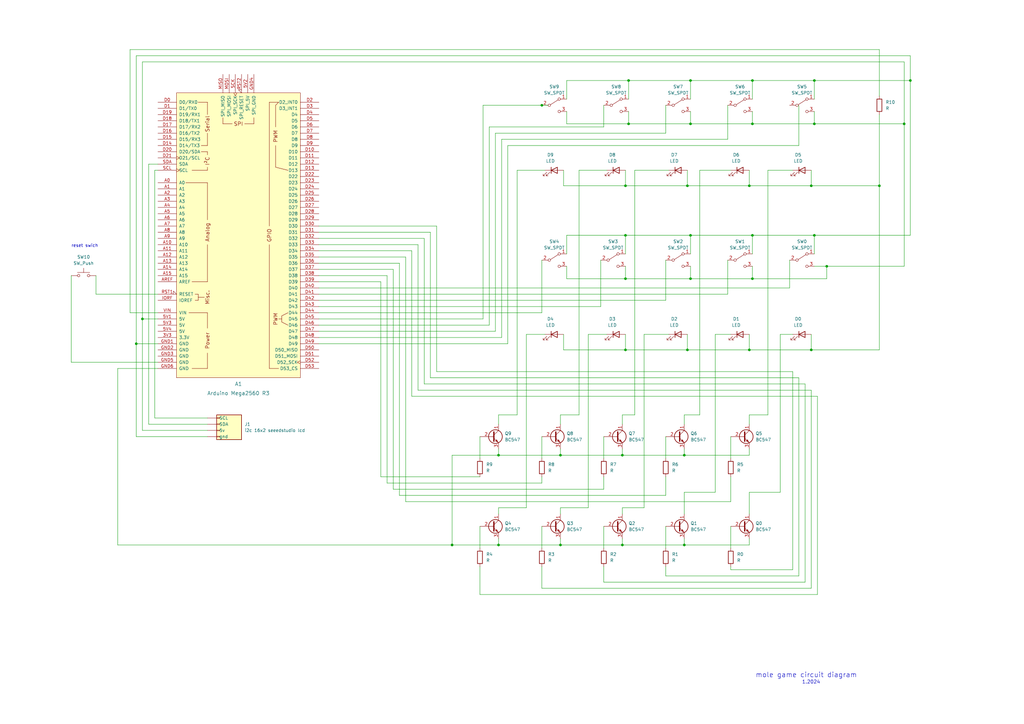
<source format=kicad_sch>
(kicad_sch (version 20211123) (generator eeschema)
  (paper "A3")
  (lib_symbols
    (symbol "Connector_Generic:Conn_01x04" (pin_numbers hide) (pin_names (offset 1.016))
      (property "Reference" "J1" (at 10.16 0.0001 0))
      (property "Value" "i2c 16x2 seeedstudio lcd" (at 10.16 -2.5399 0))
      (symbol "Conn_01x04_1_1"
        (rectangle (start -1.27 -4.953) (end 0 -5.207) (stroke (width 0.1524)))
        (rectangle (start -1.27 -2.413) (end 0 -2.667) (stroke (width 0.1524)))
        (rectangle (start -1.27 0.127) (end 0 -0.127) (stroke (width 0.1524)))
        (rectangle (start -1.27 2.667) (end 0 2.413) (stroke (width 0.1524)))
        (rectangle (start -1.27 3.81) (end 8.89 -6.35) (stroke (width 0.254)) (fill (type background)))
        (pin passive line (at -5.08 2.54 0) (length 3.81) (name "SCL") (number "1"))
        (pin passive line (at -5.08 0 0) (length 3.81) (name "SDA") (number "2"))
        (pin passive line (at -5.08 -2.54 0) (length 3.81) (name "5v") (number "3"))
        (pin passive line (at -5.08 -5.08 0) (length 3.81) (name "gnd") (number "4"))
      )
    )
    (symbol "Device:LED" (pin_numbers hide) (pin_names (offset 1.016) hide)
      (property "Reference" "D" (at 0 2.54 0))
      (property "Value" "LED" (at 0 -2.54 0))
      (symbol "LED_0_1"
        (polyline (pts (xy -1.27 -1.27) (xy -1.27 1.27)) (stroke (width 0.254)))
        (polyline (pts (xy -1.27 0) (xy 1.27 0)))
        (polyline (pts (xy 1.27 -1.27) (xy 1.27 1.27) (xy -1.27 0) (xy 1.27 -1.27)) (stroke (width 0.254)))
        (polyline (pts (xy -3.048 -0.762) (xy -4.572 -2.286) (xy -3.81 -2.286) (xy -4.572 -2.286) (xy -4.572 -1.524)))
        (polyline (pts (xy -1.778 -0.762) (xy -3.302 -2.286) (xy -2.54 -2.286) (xy -3.302 -2.286) (xy -3.302 -1.524)))
      )
      (symbol "LED_1_1"
        (pin passive line (at -3.81 0 0) (length 2.54) (name "K") (number "1"))
        (pin passive line (at 3.81 0 180) (length 2.54) (name "A") (number "2"))
      )
    )
    (symbol "Device:R" (pin_numbers hide) (pin_names (offset 0))
      (property "Reference" "R" (at 2.032 0 90))
      (property "Value" "R" (at 0 0 90))
      (symbol "R_0_1"
        (rectangle (start -1.016 -2.54) (end 1.016 2.54) (stroke (width 0.254)))
      )
      (symbol "R_1_1"
        (pin passive line (at 0 3.81 270) (length 1.27) (name "~") (number "1"))
        (pin passive line (at 0 -3.81 90) (length 1.27) (name "~") (number "2"))
      )
    )
    (symbol "Switch:SW_Push" (pin_numbers hide) (pin_names (offset 1.016) hide)
      (property "Reference" "SW" (at 1.27 2.54 0))
      (property "Value" "SW_Push" (at 0 -1.524 0))
      (symbol "SW_Push_0_1"
        (circle (center -2.032 0) (radius 0.508))
        (polyline (pts (xy 0 1.27) (xy 0 3.048)))
        (polyline (pts (xy 2.54 1.27) (xy -2.54 1.27)))
        (circle (center 2.032 0) (radius 0.508))
        (pin passive line (at -5.08 0 0) (length 2.54) (name "1") (number "1"))
        (pin passive line (at 5.08 0 180) (length 2.54) (name "2") (number "2"))
      )
    )
    (symbol "Switch:SW_SPDT" (pin_names (offset 0) hide)
      (property "Reference" "SW" (at 0 4.318 0))
      (property "Value" "SW_SPDT" (at 0 -5.08 0))
      (symbol "SW_SPDT_0_0"
        (circle (center -2.032 0) (radius 0.508))
        (circle (center 2.032 -2.54) (radius 0.508))
      )
      (symbol "SW_SPDT_0_1"
        (polyline (pts (xy -1.524 0.254) (xy 1.651 2.286)))
        (circle (center 2.032 2.54) (radius 0.508))
      )
      (symbol "SW_SPDT_1_1"
        (pin passive line (at 5.08 2.54 180) (length 2.54) (name "A") (number "1"))
        (pin passive line (at -5.08 0 0) (length 2.54) (name "B") (number "2"))
        (pin passive line (at 5.08 -2.54 180) (length 2.54) (name "C") (number "3"))
      )
    )
    (symbol "Transistor_BJT:BC547" (pin_names (offset 0) hide)
      (property "Reference" "Q" (at 5.08 1.905 0))
      (property "Value" "BC547" (at 5.08 0 0))
      (symbol "BC547_0_1"
        (polyline (pts (xy 0 0) (xy 0.635 0)))
        (polyline (pts (xy 0.635 0.635) (xy 2.54 2.54)))
        (polyline (pts (xy 0.635 -0.635) (xy 2.54 -2.54) (xy 2.54 -2.54)))
        (polyline (pts (xy 0.635 1.905) (xy 0.635 -1.905) (xy 0.635 -1.905)) (stroke (width 0.508)))
        (polyline (pts (xy 1.27 -1.778) (xy 1.778 -1.27) (xy 2.286 -2.286) (xy 1.27 -1.778) (xy 1.27 -1.778)) (fill (type outline)))
        (circle (center 1.27 0) (radius 2.8194) (stroke (width 0.254)))
      )
      (symbol "BC547_1_1"
        (pin passive line (at 2.54 5.08 270) (length 2.54) (name "C") (number "1"))
        (pin input line (at -5.08 0 0) (length 5.08) (name "B") (number "2"))
        (pin passive line (at 2.54 -5.08 90) (length 2.54) (name "E") (number "3"))
      )
    )
    (symbol "arduino-library:Arduino_Mega2560_R3_Shield" (pin_names (offset 1.016))
      (property "Reference" "A" (at 0 -62.23 0))
      (property "Value" "Arduino_Mega2560_R3_Shield" (at 0 -66.04 0))
      (symbol "Arduino_Mega2560_R3_Shield_0_0"
        (rectangle (start -25.4 -58.42) (end 25.4 58.42) (fill (type background)))
        (rectangle (start -20.32 -31.75) (end -12.7 -31.75))
        (rectangle (start -19.05 -54.61) (end -12.7 -54.61))
        (rectangle (start -19.05 -19.05) (end -12.7 -19.05))
        (rectangle (start -19.05 26.67) (end -12.7 26.67))
        (rectangle (start -17.78 -26.67) (end -16.51 -26.67))
        (rectangle (start -17.78 -24.13) (end -16.51 -24.13))
        (rectangle (start -16.51 -25.4) (end -13.97 -25.4))
        (rectangle (start -16.51 -24.13) (end -16.51 -26.67))
        (rectangle (start -16.51 54.61) (end -12.7 54.61))
        (rectangle (start -15.24 34.29) (end -12.7 34.29))
        (rectangle (start -15.24 36.83) (end -12.7 36.83))
        (rectangle (start -12.7 -54.61) (end -12.7 -48.26))
        (rectangle (start -12.7 -31.75) (end -12.7 -38.1))
        (rectangle (start -12.7 26.67) (end -12.7 27.94))
        (rectangle (start -12.7 34.29) (end -12.7 33.02))
        (rectangle (start -12.7 41.91) (end -12.7 36.83))
        (rectangle (start -12.7 49.53) (end -12.7 54.61))
        (rectangle (start -6.35 48.26) (end -6.35 45.72))
        (rectangle (start -2.54 45.72) (end -6.35 45.72))
        (polyline (pts (xy -21.59 21.59) (xy -12.7 21.59)))
        (polyline (pts (xy -12.7 -19.05) (xy -12.7 -3.81)))
        (polyline (pts (xy -12.7 6.35) (xy -12.7 21.59)))
        (polyline (pts (xy 12.7 -54.61) (xy 16.51 -54.61)))
        (polyline (pts (xy 12.7 54.61) (xy 16.51 54.61)))
        (polyline (pts (xy 17.78 -34.29) (xy 16.51 -34.29)))
        (polyline (pts (xy 15.24 36.83) (xy 15.24 27.94) (xy 20.32 26.67)))
        (polyline (pts (xy 15.24 44.45) (xy 15.24 53.34) (xy 16.51 54.61)))
        (polyline (pts (xy 20.32 -31.75) (xy 17.78 -33.02) (xy 17.78 -35.56) (xy 20.32 -36.83)))
        (rectangle (start 6.35 45.72) (end 2.54 45.72))
        (rectangle (start 6.35 48.26) (end 6.35 45.72))
        (text "Analog" (at -12.7 1.27 900) (effects (font (size 1.524 1.524))))
        (text "I²C" (at -12.7 30.48 900) (effects (font (size 1.524 1.524))))
        (text "Misc." (at -12.7 -25.4 900) (effects (font (size 1.524 1.524))))
        (text "Power" (at -12.7 -43.18 900) (effects (font (size 1.524 1.524))))
        (text "PWM" (at 15.24 -34.29 900) (effects (font (size 1.524 1.524))))
        (text "PWM" (at 15.24 40.64 900) (effects (font (size 1.524 1.524))))
        (text "Serial" (at -12.7 45.72 900) (effects (font (size 1.524 1.524))))
        (text "SPI" (at 0 45.72 0) (effects (font (size 1.524 1.524))))
      )
      (symbol "Arduino_Mega2560_R3_Shield_1_0"
        (rectangle (start 12.7 -54.61) (end 12.7 -3.81))
        (rectangle (start 12.7 54.61) (end 12.7 3.81))
        (text "GPIO" (at 12.7 0 900) (effects (font (size 1.524 1.524))))
      )
      (symbol "Arduino_Mega2560_R3_Shield_1_1"
        (pin power_out line (at -33.02 -41.91 0) (length 7.62) (name "3.3V") (number "3V3"))
        (pin power_in line (at -33.02 -34.29 0) (length 7.62) (name "5V") (number "5V1"))
        (pin power_in line (at 3.81 66.04 270) (length 7.62) (name "SPI_5V") (number "5V2"))
        (pin power_in line (at -33.02 -36.83 0) (length 7.62) (name "5V") (number "5V3"))
        (pin power_in line (at -33.02 -39.37 0) (length 7.62) (name "5V") (number "5V4"))
        (pin bidirectional line (at -33.02 21.59 0) (length 7.62) (name "A0") (number "A0"))
        (pin bidirectional line (at -33.02 19.05 0) (length 7.62) (name "A1") (number "A1"))
        (pin bidirectional line (at -33.02 -3.81 0) (length 7.62) (name "A10") (number "A10"))
        (pin bidirectional line (at -33.02 -6.35 0) (length 7.62) (name "A11") (number "A11"))
        (pin bidirectional line (at -33.02 -8.89 0) (length 7.62) (name "A12") (number "A12"))
        (pin bidirectional line (at -33.02 -11.43 0) (length 7.62) (name "A13") (number "A13"))
        (pin bidirectional line (at -33.02 -13.97 0) (length 7.62) (name "A14") (number "A14"))
        (pin bidirectional line (at -33.02 -16.51 0) (length 7.62) (name "A15") (number "A15"))
        (pin bidirectional line (at -33.02 16.51 0) (length 7.62) (name "A2") (number "A2"))
        (pin bidirectional line (at -33.02 13.97 0) (length 7.62) (name "A3") (number "A3"))
        (pin bidirectional line (at -33.02 11.43 0) (length 7.62) (name "A4") (number "A4"))
        (pin bidirectional line (at -33.02 8.89 0) (length 7.62) (name "A5") (number "A5"))
        (pin bidirectional line (at -33.02 6.35 0) (length 7.62) (name "A6") (number "A6"))
        (pin bidirectional line (at -33.02 3.81 0) (length 7.62) (name "A7") (number "A7"))
        (pin bidirectional line (at -33.02 1.27 0) (length 7.62) (name "A8") (number "A8"))
        (pin bidirectional line (at -33.02 -1.27 0) (length 7.62) (name "A9") (number "A9"))
        (pin input line (at -33.02 -19.05 0) (length 7.62) (name "AREF") (number "AREF"))
        (pin bidirectional line (at -33.02 54.61 0) (length 7.62) (name "D0/RX0") (number "D0"))
        (pin bidirectional line (at -33.02 52.07 0) (length 7.62) (name "D1/TX0") (number "D1"))
        (pin bidirectional line (at 33.02 34.29 180) (length 7.62) (name "D10") (number "D10"))
        (pin bidirectional line (at 33.02 31.75 180) (length 7.62) (name "D11") (number "D11"))
        (pin bidirectional line (at 33.02 29.21 180) (length 7.62) (name "D12") (number "D12"))
        (pin bidirectional line (at 33.02 26.67 180) (length 7.62) (name "D13") (number "D13"))
        (pin bidirectional line (at -33.02 36.83 0) (length 7.62) (name "D14/TX3") (number "D14"))
        (pin bidirectional line (at -33.02 39.37 0) (length 7.62) (name "D15/RX3") (number "D15"))
        (pin bidirectional line (at -33.02 41.91 0) (length 7.62) (name "D16/TX2") (number "D16"))
        (pin bidirectional line (at -33.02 44.45 0) (length 7.62) (name "D17/RX2") (number "D17"))
        (pin bidirectional line (at -33.02 46.99 0) (length 7.62) (name "D18/TX1") (number "D18"))
        (pin bidirectional line (at -33.02 49.53 0) (length 7.62) (name "D19/RX1") (number "D19"))
        (pin bidirectional line (at 33.02 54.61 180) (length 7.62) (name "D2_INT0") (number "D2"))
        (pin bidirectional line (at -33.02 34.29 0) (length 7.62) (name "D20/SDA") (number "D20"))
        (pin bidirectional clock (at -33.02 31.75 0) (length 7.62) (name "D21/SCL") (number "D21"))
        (pin bidirectional line (at 33.02 24.13 180) (length 7.62) (name "D22") (number "D22"))
        (pin bidirectional line (at 33.02 21.59 180) (length 7.62) (name "D23") (number "D23"))
        (pin bidirectional line (at 33.02 19.05 180) (length 7.62) (name "D24") (number "D24"))
        (pin bidirectional line (at 33.02 16.51 180) (length 7.62) (name "D25") (number "D25"))
        (pin bidirectional line (at 33.02 13.97 180) (length 7.62) (name "D26") (number "D26"))
        (pin bidirectional line (at 33.02 11.43 180) (length 7.62) (name "D27") (number "D27"))
        (pin bidirectional line (at 33.02 8.89 180) (length 7.62) (name "D28") (number "D28"))
        (pin bidirectional line (at 33.02 6.35 180) (length 7.62) (name "D29") (number "D29"))
        (pin bidirectional line (at 33.02 52.07 180) (length 7.62) (name "D3_INT1") (number "D3"))
        (pin bidirectional line (at 33.02 3.81 180) (length 7.62) (name "D30") (number "D30"))
        (pin bidirectional line (at 33.02 1.27 180) (length 7.62) (name "D31") (number "D31"))
        (pin bidirectional line (at 33.02 -1.27 180) (length 7.62) (name "D32") (number "D32"))
        (pin bidirectional line (at 33.02 -3.81 180) (length 7.62) (name "D33") (number "D33"))
        (pin bidirectional line (at 33.02 -6.35 180) (length 7.62) (name "D34") (number "D34"))
        (pin bidirectional line (at 33.02 -8.89 180) (length 7.62) (name "D35") (number "D35"))
        (pin bidirectional line (at 33.02 -11.43 180) (length 7.62) (name "D36") (number "D36"))
        (pin bidirectional line (at 33.02 -13.97 180) (length 7.62) (name "D37") (number "D37"))
        (pin bidirectional line (at 33.02 -16.51 180) (length 7.62) (name "D38") (number "D38"))
        (pin bidirectional line (at 33.02 -19.05 180) (length 7.62) (name "D39") (number "D39"))
        (pin bidirectional line (at 33.02 49.53 180) (length 7.62) (name "D4") (number "D4"))
        (pin bidirectional line (at 33.02 -21.59 180) (length 7.62) (name "D40") (number "D40"))
        (pin bidirectional line (at 33.02 -24.13 180) (length 7.62) (name "D41") (number "D41"))
        (pin bidirectional line (at 33.02 -26.67 180) (length 7.62) (name "D42") (number "D42"))
        (pin bidirectional line (at 33.02 -29.21 180) (length 7.62) (name "D43") (number "D43"))
        (pin bidirectional line (at 33.02 -31.75 180) (length 7.62) (name "D44") (number "D44"))
        (pin bidirectional line (at 33.02 -34.29 180) (length 7.62) (name "D45") (number "D45"))
        (pin bidirectional line (at 33.02 -36.83 180) (length 7.62) (name "D46") (number "D46"))
        (pin bidirectional line (at 33.02 -39.37 180) (length 7.62) (name "D47") (number "D47"))
        (pin bidirectional line (at 33.02 -41.91 180) (length 7.62) (name "D48") (number "D48"))
        (pin bidirectional line (at 33.02 -44.45 180) (length 7.62) (name "D49") (number "D49"))
        (pin bidirectional line (at 33.02 46.99 180) (length 7.62) (name "D5") (number "D5"))
        (pin bidirectional line (at 33.02 -46.99 180) (length 7.62) (name "D50_MISO") (number "D50"))
        (pin bidirectional line (at 33.02 -49.53 180) (length 7.62) (name "D51_MOSI") (number "D51"))
        (pin bidirectional clock (at 33.02 -52.07 180) (length 7.62) (name "D52_SCK") (number "D52"))
        (pin bidirectional line (at 33.02 -54.61 180) (length 7.62) (name "D53_CS") (number "D53"))
        (pin bidirectional line (at 33.02 44.45 180) (length 7.62) (name "D6") (number "D6"))
        (pin bidirectional line (at 33.02 41.91 180) (length 7.62) (name "D7") (number "D7"))
        (pin bidirectional line (at 33.02 39.37 180) (length 7.62) (name "D8") (number "D8"))
        (pin bidirectional line (at 33.02 36.83 180) (length 7.62) (name "D9") (number "D9"))
        (pin power_in line (at -33.02 -44.45 0) (length 7.62) (name "GND") (number "GND1"))
        (pin power_in line (at -33.02 -46.99 0) (length 7.62) (name "GND") (number "GND2"))
        (pin power_in line (at -33.02 -49.53 0) (length 7.62) (name "GND") (number "GND3"))
        (pin power_in line (at 6.35 66.04 270) (length 7.62) (name "SPI_GND") (number "GND4"))
        (pin power_in line (at -33.02 -52.07 0) (length 7.62) (name "GND") (number "GND5"))
        (pin power_in line (at -33.02 -54.61 0) (length 7.62) (name "GND") (number "GND6"))
        (pin output line (at -33.02 -26.67 0) (length 7.62) (name "IOREF") (number "IORF"))
        (pin input line (at -6.35 66.04 270) (length 7.62) (name "SPI_MISO") (number "MISO"))
        (pin output line (at -3.81 66.04 270) (length 7.62) (name "SPI_MOSI") (number "MOSI"))
        (pin open_collector input_low (at -33.02 -24.13 0) (length 7.62) (name "RESET") (number "RST1"))
        (pin open_collector input_low (at 1.27 66.04 270) (length 7.62) (name "SPI_RESET") (number "RST2"))
        (pin output clock (at -1.27 66.04 270) (length 7.62) (name "SPI_SCK") (number "SCK"))
        (pin bidirectional clock (at -33.02 26.67 0) (length 7.62) (name "SCL") (number "SCL"))
        (pin bidirectional line (at -33.02 29.21 0) (length 7.62) (name "SDA") (number "SDA"))
        (pin power_in line (at -33.02 -31.75 0) (length 7.62) (name "VIN") (number "VIN"))
      )
    )
  )
  (junction (at 283.21 114.3))
  (junction (at 332.74 76.2))
  (junction (at 283.21 33.02))
  (junction (at 55.88 140.97))
  (junction (at 256.54 114.3))
  (junction (at 229.87 223.52))
  (junction (at 308.61 50.8))
  (junction (at 283.21 96.52))
  (junction (at 256.54 96.52))
  (junction (at 280.67 223.52))
  (junction (at 185.42 223.52))
  (junction (at 256.54 143.51))
  (junction (at 370.84 50.8))
  (junction (at 256.54 76.2))
  (junction (at 308.61 96.52))
  (junction (at 307.34 143.51))
  (junction (at 281.94 143.51))
  (junction (at 360.68 76.2))
  (junction (at 204.47 223.52))
  (junction (at 255.27 223.52))
  (junction (at 332.74 143.51))
  (junction (at 334.01 96.52))
  (junction (at 257.81 33.02))
  (junction (at 307.34 76.2))
  (junction (at 58.42 130.81))
  (junction (at 257.81 50.8))
  (junction (at 255.27 186.69))
  (junction (at 204.47 186.69))
  (junction (at 222.25 43.18))
  (junction (at 339.09 109.22))
  (junction (at 283.21 50.8))
  (junction (at 229.87 186.69))
  (junction (at 308.61 114.3))
  (junction (at 373.38 33.02))
  (junction (at 281.94 76.2))
  (junction (at 280.67 186.69))
  (junction (at 308.61 33.02))
  (junction (at 334.01 33.02))
  (junction (at 334.01 50.8))
  (wire (pts (xy 176.53 154.94) (xy 327.66 154.94)))
  (wire (pts (xy 55.88 22.86) (xy 373.38 22.86)))
  (wire (pts (xy 179.07 152.4) (xy 325.12 152.4)))
  (wire (pts (xy 130.81 110.49) (xy 161.29 110.49)))
  (wire (pts (xy 256.54 143.51) (xy 231.14 143.51)))
  (wire (pts (xy 360.68 20.32) (xy 360.68 39.37)))
  (wire (pts (xy 246.38 125.73) (xy 130.81 125.73)))
  (wire (pts (xy 53.34 20.32) (xy 360.68 20.32)))
  (wire (pts (xy 281.94 76.2) (xy 281.94 69.85)))
  (wire (pts (xy 373.38 33.02) (xy 373.38 96.52)))
  (wire (pts (xy 237.49 170.18) (xy 229.87 170.18)))
  (wire (pts (xy 299.72 224.79) (xy 299.72 215.9)))
  (wire (pts (xy 63.5 69.85) (xy 64.77 69.85)))
  (wire (pts (xy 255.27 208.28) (xy 255.27 210.82)))
  (wire (pts (xy 171.45 160.02) (xy 171.45 100.33)))
  (wire (pts (xy 130.81 130.81) (xy 198.12 130.81)))
  (wire (pts (xy 256.54 114.3) (xy 232.41 114.3)))
  (wire (pts (xy 256.54 76.2) (xy 256.54 69.85)))
  (wire (pts (xy 257.81 50.8) (xy 257.81 45.72)))
  (wire (pts (xy 308.61 33.02) (xy 334.01 33.02)))
  (wire (pts (xy 173.99 157.48) (xy 173.99 97.79)))
  (wire (pts (xy 298.45 57.15) (xy 298.45 43.18)))
  (wire (pts (xy 222.25 232.41) (xy 222.25 241.3)))
  (wire (pts (xy 255.27 223.52) (xy 280.67 223.52)))
  (wire (pts (xy 130.81 95.25) (xy 176.53 95.25)))
  (wire (pts (xy 308.61 50.8) (xy 283.21 50.8)))
  (wire (pts (xy 58.42 176.53) (xy 58.42 130.81)))
  (wire (pts (xy 299.72 195.58) (xy 299.72 205.74)))
  (wire (pts (xy 55.88 179.07) (xy 55.88 140.97)))
  (wire (pts (xy 222.25 187.96) (xy 222.25 179.07)))
  (wire (pts (xy 360.68 76.2) (xy 360.68 143.51)))
  (wire (pts (xy 204.47 208.28) (xy 204.47 210.82)))
  (wire (pts (xy 204.47 170.18) (xy 204.47 173.99)))
  (wire (pts (xy 48.26 223.52) (xy 48.26 151.13)))
  (wire (pts (xy 198.12 130.81) (xy 198.12 43.18)))
  (wire (pts (xy 335.28 243.84) (xy 335.28 162.56)))
  (wire (pts (xy 256.54 96.52) (xy 256.54 104.14)))
  (wire (pts (xy 334.01 33.02) (xy 373.38 33.02)))
  (wire (pts (xy 256.54 96.52) (xy 283.21 96.52)))
  (wire (pts (xy 280.67 186.69) (xy 255.27 186.69)))
  (wire (pts (xy 283.21 114.3) (xy 256.54 114.3)))
  (wire (pts (xy 168.91 162.56) (xy 168.91 102.87)))
  (wire (pts (xy 48.26 151.13) (xy 64.77 151.13)))
  (wire (pts (xy 60.96 173.99) (xy 60.96 67.31)))
  (wire (pts (xy 293.37 137.16) (xy 293.37 201.93)))
  (wire (pts (xy 241.3 208.28) (xy 229.87 208.28)))
  (wire (pts (xy 232.41 33.02) (xy 257.81 33.02)))
  (wire (pts (xy 273.05 54.61) (xy 273.05 43.18)))
  (wire (pts (xy 247.65 224.79) (xy 247.65 215.9)))
  (wire (pts (xy 273.05 106.68) (xy 273.05 123.19)))
  (wire (pts (xy 166.37 205.74) (xy 299.72 205.74)))
  (wire (pts (xy 308.61 33.02) (xy 308.61 40.64)))
  (wire (pts (xy 308.61 96.52) (xy 308.61 104.14)))
  (wire (pts (xy 212.09 170.18) (xy 204.47 170.18)))
  (wire (pts (xy 196.85 232.41) (xy 196.85 243.84)))
  (wire (pts (xy 283.21 50.8) (xy 257.81 50.8)))
  (wire (pts (xy 232.41 104.14) (xy 232.41 96.52)))
  (wire (pts (xy 200.66 52.07) (xy 200.66 133.35)))
  (wire (pts (xy 308.61 109.22) (xy 308.61 114.3)))
  (wire (pts (xy 85.09 176.53) (xy 58.42 176.53)))
  (wire (pts (xy 185.42 223.52) (xy 48.26 223.52)))
  (wire (pts (xy 158.75 198.12) (xy 158.75 113.03)))
  (wire (pts (xy 299.72 233.68) (xy 299.72 232.41)))
  (wire (pts (xy 334.01 50.8) (xy 308.61 50.8)))
  (wire (pts (xy 222.25 224.79) (xy 222.25 215.9)))
  (wire (pts (xy 283.21 33.02) (xy 308.61 33.02)))
  (wire (pts (xy 222.25 198.12) (xy 158.75 198.12)))
  (wire (pts (xy 231.14 76.2) (xy 231.14 69.85)))
  (wire (pts (xy 287.02 69.85) (xy 287.02 170.18)))
  (wire (pts (xy 273.05 187.96) (xy 273.05 179.07)))
  (wire (pts (xy 85.09 179.07) (xy 55.88 179.07)))
  (wire (pts (xy 323.85 118.11) (xy 130.81 118.11)))
  (wire (pts (xy 212.09 69.85) (xy 212.09 170.18)))
  (wire (pts (xy 334.01 109.22) (xy 339.09 109.22)))
  (wire (pts (xy 53.34 128.27) (xy 53.34 20.32)))
  (wire (pts (xy 130.81 113.03) (xy 158.75 113.03)))
  (wire (pts (xy 130.81 107.95) (xy 163.83 107.95)))
  (wire (pts (xy 370.84 50.8) (xy 370.84 109.22)))
  (wire (pts (xy 334.01 33.02) (xy 334.01 40.64)))
  (wire (pts (xy 332.74 143.51) (xy 307.34 143.51)))
  (wire (pts (xy 256.54 114.3) (xy 256.54 109.22)))
  (wire (pts (xy 247.65 232.41) (xy 247.65 238.76)))
  (wire (pts (xy 185.42 186.69) (xy 185.42 223.52)))
  (wire (pts (xy 327.66 43.18) (xy 327.66 59.69)))
  (wire (pts (xy 196.85 243.84) (xy 335.28 243.84)))
  (wire (pts (xy 246.38 106.68) (xy 246.38 125.73)))
  (wire (pts (xy 204.47 184.15) (xy 204.47 186.69)))
  (wire (pts (xy 283.21 96.52) (xy 308.61 96.52)))
  (wire (pts (xy 232.41 40.64) (xy 232.41 33.02)))
  (wire (pts (xy 255.27 186.69) (xy 229.87 186.69)))
  (wire (pts (xy 255.27 184.15) (xy 255.27 186.69)))
  (wire (pts (xy 222.25 195.58) (xy 222.25 198.12)))
  (wire (pts (xy 205.74 138.43) (xy 205.74 57.15)))
  (wire (pts (xy 332.74 76.2) (xy 360.68 76.2)))
  (wire (pts (xy 264.16 137.16) (xy 264.16 208.28)))
  (wire (pts (xy 204.47 186.69) (xy 229.87 186.69)))
  (wire (pts (xy 64.77 128.27) (xy 53.34 128.27)))
  (wire (pts (xy 196.85 224.79) (xy 196.85 215.9)))
  (wire (pts (xy 280.67 184.15) (xy 280.67 186.69)))
  (wire (pts (xy 229.87 186.69) (xy 229.87 184.15)))
  (wire (pts (xy 29.21 148.59) (xy 64.77 148.59)))
  (wire (pts (xy 248.92 69.85) (xy 237.49 69.85)))
  (wire (pts (xy 287.02 170.18) (xy 280.67 170.18)))
  (wire (pts (xy 293.37 201.93) (xy 280.67 201.93)))
  (wire (pts (xy 179.07 92.71) (xy 179.07 152.4)))
  (wire (pts (xy 247.65 43.18) (xy 247.65 52.07)))
  (wire (pts (xy 281.94 143.51) (xy 281.94 137.16)))
  (wire (pts (xy 130.81 135.89) (xy 203.2 135.89)))
  (wire (pts (xy 229.87 223.52) (xy 255.27 223.52)))
  (wire (pts (xy 307.34 184.15) (xy 307.34 186.69)))
  (wire (pts (xy 39.37 113.03) (xy 39.37 120.65)))
  (wire (pts (xy 247.65 238.76) (xy 330.2 238.76)))
  (wire (pts (xy 280.67 223.52) (xy 280.67 220.98)))
  (wire (pts (xy 320.04 137.16) (xy 320.04 201.93)))
  (wire (pts (xy 248.92 137.16) (xy 241.3 137.16)))
  (wire (pts (xy 283.21 96.52) (xy 283.21 104.14)))
  (wire (pts (xy 325.12 152.4) (xy 325.12 233.68)))
  (wire (pts (xy 64.77 130.81) (xy 58.42 130.81)))
  (wire (pts (xy 247.65 195.58) (xy 247.65 200.66)))
  (wire (pts (xy 273.05 123.19) (xy 130.81 123.19)))
  (wire (pts (xy 203.2 54.61) (xy 273.05 54.61)))
  (wire (pts (xy 232.41 96.52) (xy 256.54 96.52)))
  (wire (pts (xy 85.09 171.45) (xy 63.5 171.45)))
  (wire (pts (xy 307.34 76.2) (xy 307.34 69.85)))
  (wire (pts (xy 307.34 223.52) (xy 307.34 220.98)))
  (wire (pts (xy 330.2 157.48) (xy 173.99 157.48)))
  (wire (pts (xy 327.66 59.69) (xy 208.28 59.69)))
  (wire (pts (xy 208.28 140.97) (xy 130.81 140.97)))
  (wire (pts (xy 130.81 105.41) (xy 166.37 105.41)))
  (wire (pts (xy 307.34 143.51) (xy 281.94 143.51)))
  (wire (pts (xy 332.74 69.85) (xy 332.74 76.2)))
  (wire (pts (xy 204.47 186.69) (xy 185.42 186.69)))
  (wire (pts (xy 29.21 113.03) (xy 29.21 148.59)))
  (wire (pts (xy 223.52 137.16) (xy 215.9 137.16)))
  (wire (pts (xy 198.12 43.18) (xy 222.25 43.18)))
  (wire (pts (xy 274.32 69.85) (xy 260.35 69.85)))
  (wire (pts (xy 60.96 67.31) (xy 64.77 67.31)))
  (wire (pts (xy 360.68 46.99) (xy 360.68 76.2)))
  (wire (pts (xy 161.29 200.66) (xy 161.29 110.49)))
  (wire (pts (xy 222.25 106.68) (xy 222.25 128.27)))
  (wire (pts (xy 237.49 69.85) (xy 237.49 170.18)))
  (wire (pts (xy 232.41 114.3) (xy 232.41 109.22)))
  (wire (pts (xy 257.81 33.02) (xy 257.81 40.64)))
  (wire (pts (xy 231.14 143.51) (xy 231.14 137.16)))
  (wire (pts (xy 307.34 143.51) (xy 307.34 137.16)))
  (wire (pts (xy 130.81 92.71) (xy 179.07 92.71)))
  (wire (pts (xy 229.87 170.18) (xy 229.87 173.99)))
  (wire (pts (xy 334.01 45.72) (xy 334.01 50.8)))
  (wire (pts (xy 255.27 170.18) (xy 255.27 173.99)))
  (wire (pts (xy 55.88 22.86) (xy 55.88 140.97)))
  (wire (pts (xy 205.74 57.15) (xy 298.45 57.15)))
  (wire (pts (xy 247.65 187.96) (xy 247.65 179.07)))
  (wire (pts (xy 373.38 22.86) (xy 373.38 33.02)))
  (wire (pts (xy 332.74 160.02) (xy 171.45 160.02)))
  (wire (pts (xy 335.28 162.56) (xy 168.91 162.56)))
  (wire (pts (xy 370.84 50.8) (xy 334.01 50.8)))
  (wire (pts (xy 222.25 128.27) (xy 130.81 128.27)))
  (wire (pts (xy 323.85 106.68) (xy 323.85 118.11)))
  (wire (pts (xy 256.54 143.51) (xy 256.54 137.16)))
  (wire (pts (xy 330.2 238.76) (xy 330.2 157.48)))
  (wire (pts (xy 196.85 187.96) (xy 196.85 179.07)))
  (wire (pts (xy 320.04 201.93) (xy 307.34 201.93)))
  (wire (pts (xy 325.12 137.16) (xy 320.04 137.16)))
  (wire (pts (xy 332.74 241.3) (xy 332.74 160.02)))
  (wire (pts (xy 264.16 208.28) (xy 255.27 208.28)))
  (wire (pts (xy 314.96 69.85) (xy 314.96 170.18)))
  (wire (pts (xy 332.74 143.51) (xy 332.74 137.16)))
  (wire (pts (xy 281.94 143.51) (xy 256.54 143.51)))
  (wire (pts (xy 273.05 195.58) (xy 273.05 203.2)))
  (wire (pts (xy 200.66 133.35) (xy 130.81 133.35)))
  (wire (pts (xy 260.35 170.18) (xy 255.27 170.18)))
  (wire (pts (xy 274.32 137.16) (xy 264.16 137.16)))
  (wire (pts (xy 58.42 25.4) (xy 370.84 25.4)))
  (wire (pts (xy 208.28 59.69) (xy 208.28 140.97)))
  (wire (pts (xy 232.41 45.72) (xy 232.41 50.8)))
  (wire (pts (xy 273.05 203.2) (xy 163.83 203.2)))
  (wire (pts (xy 370.84 25.4) (xy 370.84 50.8)))
  (wire (pts (xy 280.67 201.93) (xy 280.67 210.82)))
  (wire (pts (xy 307.34 170.18) (xy 307.34 173.99)))
  (wire (pts (xy 260.35 69.85) (xy 260.35 170.18)))
  (wire (pts (xy 280.67 223.52) (xy 307.34 223.52)))
  (wire (pts (xy 360.68 143.51) (xy 332.74 143.51)))
  (wire (pts (xy 85.09 173.99) (xy 60.96 173.99)))
  (wire (pts (xy 130.81 138.43) (xy 205.74 138.43)))
  (wire (pts (xy 327.66 236.22) (xy 273.05 236.22)))
  (wire (pts (xy 299.72 69.85) (xy 287.02 69.85)))
  (wire (pts (xy 314.96 170.18) (xy 307.34 170.18)))
  (wire (pts (xy 299.72 137.16) (xy 293.37 137.16)))
  (wire (pts (xy 308.61 50.8) (xy 308.61 45.72)))
  (wire (pts (xy 130.81 100.33) (xy 171.45 100.33)))
  (wire (pts (xy 222.25 43.18) (xy 224.79 43.18)))
  (wire (pts (xy 203.2 135.89) (xy 203.2 54.61)))
  (wire (pts (xy 273.05 232.41) (xy 273.05 236.22)))
  (wire (pts (xy 299.72 179.07) (xy 299.72 187.96)))
  (wire (pts (xy 339.09 114.3) (xy 339.09 109.22)))
  (wire (pts (xy 327.66 154.94) (xy 327.66 236.22)))
  (wire (pts (xy 196.85 195.58) (xy 156.21 195.58)))
  (wire (pts (xy 229.87 208.28) (xy 229.87 210.82)))
  (wire (pts (xy 63.5 171.45) (xy 63.5 69.85)))
  (wire (pts (xy 273.05 224.79) (xy 273.05 215.9)))
  (wire (pts (xy 39.37 120.65) (xy 64.77 120.65)))
  (wire (pts (xy 307.34 76.2) (xy 281.94 76.2)))
  (wire (pts (xy 241.3 137.16) (xy 241.3 208.28)))
  (wire (pts (xy 298.45 106.68) (xy 298.45 120.65)))
  (wire (pts (xy 58.42 130.81) (xy 58.42 25.4)))
  (wire (pts (xy 257.81 33.02) (xy 283.21 33.02)))
  (wire (pts (xy 280.67 170.18) (xy 280.67 173.99)))
  (wire (pts (xy 334.01 96.52) (xy 373.38 96.52)))
  (wire (pts (xy 156.21 195.58) (xy 156.21 115.57)))
  (wire (pts (xy 308.61 114.3) (xy 339.09 114.3)))
  (wire (pts (xy 339.09 109.22) (xy 370.84 109.22)))
  (wire (pts (xy 232.41 50.8) (xy 257.81 50.8)))
  (wire (pts (xy 325.12 233.68) (xy 299.72 233.68)))
  (wire (pts (xy 185.42 223.52) (xy 204.47 223.52)))
  (wire (pts (xy 222.25 241.3) (xy 332.74 241.3)))
  (wire (pts (xy 332.74 76.2) (xy 307.34 76.2)))
  (wire (pts (xy 229.87 223.52) (xy 229.87 220.98)))
  (wire (pts (xy 308.61 96.52) (xy 334.01 96.52)))
  (wire (pts (xy 247.65 200.66) (xy 161.29 200.66)))
  (wire (pts (xy 247.65 52.07) (xy 200.66 52.07)))
  (wire (pts (xy 283.21 114.3) (xy 283.21 109.22)))
  (wire (pts (xy 166.37 105.41) (xy 166.37 205.74)))
  (wire (pts (xy 163.83 203.2) (xy 163.83 107.95)))
  (wire (pts (xy 307.34 201.93) (xy 307.34 210.82)))
  (wire (pts (xy 223.52 69.85) (xy 212.09 69.85)))
  (wire (pts (xy 55.88 140.97) (xy 64.77 140.97)))
  (wire (pts (xy 334.01 96.52) (xy 334.01 104.14)))
  (wire (pts (xy 298.45 120.65) (xy 130.81 120.65)))
  (wire (pts (xy 176.53 95.25) (xy 176.53 154.94)))
  (wire (pts (xy 130.81 115.57) (xy 156.21 115.57)))
  (wire (pts (xy 255.27 223.52) (xy 255.27 220.98)))
  (wire (pts (xy 256.54 76.2) (xy 231.14 76.2)))
  (wire (pts (xy 325.12 69.85) (xy 314.96 69.85)))
  (wire (pts (xy 281.94 76.2) (xy 256.54 76.2)))
  (wire (pts (xy 215.9 137.16) (xy 215.9 208.28)))
  (wire (pts (xy 204.47 223.52) (xy 229.87 223.52)))
  (wire (pts (xy 130.81 102.87) (xy 168.91 102.87)))
  (wire (pts (xy 307.34 186.69) (xy 280.67 186.69)))
  (wire (pts (xy 308.61 114.3) (xy 283.21 114.3)))
  (wire (pts (xy 283.21 50.8) (xy 283.21 45.72)))
  (wire (pts (xy 283.21 33.02) (xy 283.21 40.64)))
  (wire (pts (xy 130.81 97.79) (xy 173.99 97.79)))
  (wire (pts (xy 204.47 220.98) (xy 204.47 223.52)))
  (wire (pts (xy 215.9 208.28) (xy 204.47 208.28)))
  (text "reset swich\n" (at 29.21 101.6 0) (effects (font (size 1.27 1.27)) (justify left bottom)))
  (text "1.2024" (at 328.93 280.67 0) (effects (font (size 1.4 1.4)) (justify left bottom)))
  (text "mole game circuit diagram" (at 309.88 278.13 0) (effects (font (size 2 2)) (justify left bottom)))
  (symbol (lib_id "Switch:SW_SPDT") (at 278.13 43.18 0) (unit 1)
    (property "Reference" "SW7" (at 278.13 35.56 0))
    (property "Value" "SW_SPDT" (at 278.13 38.1 0))
  )
  (symbol (lib_id "Device:R") (at 247.65 228.6 0) (unit 1)
    (property "Reference" "R2" (at 250.19 227.3299 0) (effects (justify left)))
    (property "Value" "R" (at 250.19 229.8699 0) (effects (justify left)))
  )
  (symbol (lib_id "Transistor_BJT:BC547") (at 252.73 215.9 0) (unit 1)
    (property "Reference" "Q2" (at 257.81 214.6299 0) (effects (justify left)))
    (property "Value" "BC547" (at 257.81 217.1699 0) (effects (justify left)))
    (property "Footprint" "Package_TO_SOT_THT:TO-92_Inline" (effects hide))
    (property "Datasheet" "https://www.onsemi.com/pub/Collateral/BC550-D.pdf" (effects hide))
  )
  (symbol (lib_id "Transistor_BJT:BC547") (at 227.33 215.9 0) (unit 1)
    (property "Reference" "Q3" (at 232.41 214.6299 0) (effects (justify left)))
    (property "Value" "BC547" (at 232.41 217.1699 0) (effects (justify left)))
    (property "Footprint" "Package_TO_SOT_THT:TO-92_Inline" (effects hide))
    (property "Datasheet" "https://www.onsemi.com/pub/Collateral/BC550-D.pdf" (effects hide))
  )
  (symbol (lib_id "Transistor_BJT:BC547") (at 304.8 215.9 0) (unit 1)
    (property "Reference" "Q0" (at 309.88 214.6299 0) (effects (justify left)))
    (property "Value" "BC547" (at 309.88 217.1699 0) (effects (justify left)))
    (property "Footprint" "Package_TO_SOT_THT:TO-92_Inline" (effects hide))
    (property "Datasheet" "https://www.onsemi.com/pub/Collateral/BC550-D.pdf" (effects hide))
  )
  (symbol (lib_id "Device:LED") (at 278.13 69.85 0) (unit 1)
    (property "Reference" "D7" (at 276.5425 63.5 0))
    (property "Value" "LED" (at 276.5425 66.04 0))
  )
  (symbol (lib_id "Connector_Generic:Conn_01x04") (at 90.17 173.99 0) (unit 1)
    (property "Reference" "J1" (at 100.33 173.9899 0) (effects (justify left)))
    (property "Value" "i2c 16x2 seeedstudio lcd" (at 100.33 176.5299 0) (effects (justify left)))
  )
  (symbol (lib_id "Switch:SW_SPDT") (at 227.33 106.68 0) (unit 1)
    (property "Reference" "SW4" (at 227.33 99.06 0))
    (property "Value" "SW_SPDT" (at 227.33 101.6 0))
  )
  (symbol (lib_id "Switch:SW_SPDT") (at 328.93 43.18 0) (unit 1)
    (property "Reference" "SW5" (at 328.93 35.56 0))
    (property "Value" "SW_SPDT" (at 328.93 38.1 0))
  )
  (symbol (lib_id "Device:R") (at 299.72 191.77 0) (unit 1)
    (property "Reference" "R5" (at 302.26 190.4999 0) (effects (justify left)))
    (property "Value" "R" (at 302.26 193.0399 0) (effects (justify left)))
  )
  (symbol (lib_id "Switch:SW_SPDT") (at 278.13 106.68 0) (unit 1)
    (property "Reference" "SW2" (at 278.13 99.06 0))
    (property "Value" "SW_SPDT" (at 278.13 101.6 0))
  )
  (symbol (lib_id "Device:LED") (at 252.73 137.16 0) (unit 1)
    (property "Reference" "D3" (at 251.1425 130.81 0))
    (property "Value" "LED" (at 251.1425 133.35 0))
  )
  (symbol (lib_id "Switch:SW_SPDT") (at 252.73 43.18 0) (unit 1)
    (property "Reference" "SW8" (at 252.73 35.56 0))
    (property "Value" "SW_SPDT" (at 252.73 38.1 0))
  )
  (symbol (lib_id "Device:R") (at 222.25 228.6 0) (unit 1)
    (property "Reference" "R3" (at 224.79 227.3299 0) (effects (justify left)))
    (property "Value" "R" (at 224.79 229.8699 0) (effects (justify left)))
  )
  (symbol (lib_id "Device:LED") (at 278.13 137.16 0) (unit 1)
    (property "Reference" "D2" (at 276.5425 130.81 0))
    (property "Value" "LED" (at 276.5425 133.35 0))
  )
  (symbol (lib_id "arduino-library:Arduino_Mega2560_R3_Shield") (at 97.79 96.52 0) (unit 1)
    (property "Reference" "A1" (at 97.79 157.48 0) (effects (font (size 1.524 1.524))))
    (property "Value" "Arduino Mega2560 R3" (at 97.79 161.29 0) (effects (font (size 1.524 1.524))))
    (property "Footprint" "PCM_arduino-library:Arduino_Mega2560_R3_Shield" (effects hide))
    (property "Datasheet" "https://docs.arduino.cc/hardware/mega-2560" (effects hide))
  )
  (symbol (lib_id "Transistor_BJT:BC547") (at 201.93 179.07 0) (unit 1)
    (property "Reference" "Q9" (at 207.01 177.7999 0) (effects (justify left)))
    (property "Value" "BC547" (at 207.01 180.3399 0) (effects (justify left)))
    (property "Footprint" "Package_TO_SOT_THT:TO-92_Inline" (effects hide))
    (property "Datasheet" "https://www.onsemi.com/pub/Collateral/BC550-D.pdf" (effects hide))
  )
  (symbol (lib_id "Switch:SW_SPDT") (at 251.46 106.68 0) (unit 1)
    (property "Reference" "SW3" (at 251.46 99.06 0))
    (property "Value" "SW_SPDT" (at 251.46 101.6 0))
  )
  (symbol (lib_id "Device:R") (at 360.68 43.18 0) (unit 1)
    (property "Reference" "R10" (at 363.22 41.9099 0) (effects (justify left)))
    (property "Value" "R" (at 363.22 44.4499 0) (effects (justify left)))
  )
  (symbol (lib_id "Switch:SW_SPDT") (at 227.33 43.18 0) (unit 1)
    (property "Reference" "SW9" (at 227.33 35.56 0))
    (property "Value" "SW_SPDT" (at 227.33 38.1 0))
  )
  (symbol (lib_id "Switch:SW_SPDT") (at 303.53 106.68 0) (unit 1)
    (property "Reference" "SW1" (at 303.53 99.06 0))
    (property "Value" "SW_SPDT" (at 303.53 101.6 0))
  )
  (symbol (lib_id "Device:LED") (at 252.73 69.85 0) (unit 1)
    (property "Reference" "D8" (at 251.1425 63.5 0))
    (property "Value" "LED" (at 251.1425 66.04 0))
  )
  (symbol (lib_id "Device:R") (at 273.05 228.6 0) (unit 1)
    (property "Reference" "R1" (at 275.59 227.3299 0) (effects (justify left)))
    (property "Value" "R" (at 275.59 229.8699 0) (effects (justify left)))
  )
  (symbol (lib_id "Transistor_BJT:BC547") (at 278.13 215.9 0) (unit 1)
    (property "Reference" "Q1" (at 283.21 214.6299 0) (effects (justify left)))
    (property "Value" "BC547" (at 283.21 217.1699 0) (effects (justify left)))
    (property "Footprint" "Package_TO_SOT_THT:TO-92_Inline" (effects hide))
    (property "Datasheet" "https://www.onsemi.com/pub/Collateral/BC550-D.pdf" (effects hide))
  )
  (symbol (lib_id "Device:R") (at 222.25 191.77 0) (unit 1)
    (property "Reference" "R8" (at 224.79 190.4999 0) (effects (justify left)))
    (property "Value" "R" (at 224.79 193.0399 0) (effects (justify left)))
  )
  (symbol (lib_id "Switch:SW_Push") (at 34.29 113.03 0) (unit 1)
    (property "Reference" "SW10" (at 34.29 105.41 0))
    (property "Value" "SW_Push" (at 34.29 107.95 0))
  )
  (symbol (lib_id "Device:LED") (at 303.53 137.16 0) (unit 1)
    (property "Reference" "D1" (at 301.9425 130.81 0))
    (property "Value" "LED" (at 301.9425 133.35 0))
  )
  (symbol (lib_id "Transistor_BJT:BC547") (at 201.93 215.9 0) (unit 1)
    (property "Reference" "Q4" (at 207.01 214.6299 0) (effects (justify left)))
    (property "Value" "BC547" (at 207.01 217.1699 0) (effects (justify left)))
    (property "Footprint" "Package_TO_SOT_THT:TO-92_Inline" (effects hide))
    (property "Datasheet" "https://www.onsemi.com/pub/Collateral/BC550-D.pdf" (effects hide))
  )
  (symbol (lib_id "Switch:SW_SPDT") (at 303.53 43.18 0) (unit 1)
    (property "Reference" "SW6" (at 303.53 35.56 0))
    (property "Value" "SW_SPDT" (at 303.53 38.1 0))
  )
  (symbol (lib_id "Device:LED") (at 303.53 69.85 0) (unit 1)
    (property "Reference" "D6" (at 301.9425 63.5 0))
    (property "Value" "LED" (at 301.9425 66.04 0))
  )
  (symbol (lib_id "Device:LED") (at 328.93 137.16 0) (unit 1)
    (property "Reference" "D0" (at 327.3425 130.81 0))
    (property "Value" "LED" (at 327.3425 133.35 0))
  )
  (symbol (lib_id "Device:LED") (at 227.33 69.85 0) (unit 1)
    (property "Reference" "D9" (at 225.7425 63.5 0))
    (property "Value" "LED" (at 225.7425 66.04 0))
  )
  (symbol (lib_id "Transistor_BJT:BC547") (at 278.13 179.07 0) (unit 1)
    (property "Reference" "Q6" (at 283.21 177.7999 0) (effects (justify left)))
    (property "Value" "BC547" (at 283.21 180.3399 0) (effects (justify left)))
    (property "Footprint" "Package_TO_SOT_THT:TO-92_Inline" (effects hide))
    (property "Datasheet" "https://www.onsemi.com/pub/Collateral/BC550-D.pdf" (effects hide))
  )
  (symbol (lib_id "Transistor_BJT:BC547") (at 227.33 179.07 0) (unit 1)
    (property "Reference" "Q8" (at 232.41 177.7999 0) (effects (justify left)))
    (property "Value" "BC547" (at 232.41 180.3399 0) (effects (justify left)))
    (property "Footprint" "Package_TO_SOT_THT:TO-92_Inline" (effects hide))
    (property "Datasheet" "https://www.onsemi.com/pub/Collateral/BC550-D.pdf" (effects hide))
  )
  (symbol (lib_id "Transistor_BJT:BC547") (at 304.8 179.07 0) (unit 1)
    (property "Reference" "Q5" (at 309.88 177.7999 0) (effects (justify left)))
    (property "Value" "BC547" (at 309.88 180.3399 0) (effects (justify left)))
    (property "Footprint" "Package_TO_SOT_THT:TO-92_Inline" (effects hide))
    (property "Datasheet" "https://www.onsemi.com/pub/Collateral/BC550-D.pdf" (effects hide))
  )
  (symbol (lib_id "Transistor_BJT:BC547") (at 252.73 179.07 0) (unit 1)
    (property "Reference" "Q7" (at 257.81 177.7999 0) (effects (justify left)))
    (property "Value" "BC547" (at 257.81 180.3399 0) (effects (justify left)))
    (property "Footprint" "Package_TO_SOT_THT:TO-92_Inline" (effects hide))
    (property "Datasheet" "https://www.onsemi.com/pub/Collateral/BC550-D.pdf" (effects hide))
  )
  (symbol (lib_id "Device:R") (at 299.72 228.6 0) (unit 1)
    (property "Reference" "R0" (at 302.26 227.3299 0) (effects (justify left)))
    (property "Value" "R" (at 302.26 229.8699 0) (effects (justify left)))
  )
  (symbol (lib_id "Device:R") (at 247.65 191.77 0) (unit 1)
    (property "Reference" "R7" (at 250.19 190.4999 0) (effects (justify left)))
    (property "Value" "R" (at 250.19 193.0399 0) (effects (justify left)))
  )
  (symbol (lib_id "Device:R") (at 273.05 191.77 0) (unit 1)
    (property "Reference" "R6" (at 275.59 190.4999 0) (effects (justify left)))
    (property "Value" "R" (at 275.59 193.0399 0) (effects (justify left)))
  )
  (symbol (lib_id "Device:LED") (at 328.93 69.85 0) (unit 1)
    (property "Reference" "D5" (at 327.3425 63.5 0))
    (property "Value" "LED" (at 327.3425 66.04 0))
  )
  (symbol (lib_id "Switch:SW_SPDT") (at 328.93 106.68 0) (unit 1)
    (property "Reference" "SW0" (at 328.93 99.06 0))
    (property "Value" "SW_SPDT" (at 328.93 101.6 0))
  )
  (symbol (lib_id "Device:R") (at 196.85 191.77 0) (unit 1)
    (property "Reference" "R9" (at 199.39 190.4999 0) (effects (justify left)))
    (property "Value" "R" (at 199.39 193.0399 0) (effects (justify left)))
  )
  (symbol (lib_id "Device:R") (at 196.85 228.6 0) (unit 1)
    (property "Reference" "R4" (at 199.39 227.3299 0) (effects (justify left)))
    (property "Value" "R" (at 199.39 229.8699 0) (effects (justify left)))
  )
  (symbol (lib_id "Device:LED") (at 227.33 137.16 0) (unit 1)
    (property "Reference" "D4" (at 225.7425 130.81 0))
    (property "Value" "LED" (at 225.7425 133.35 0))
  )
)
</source>
